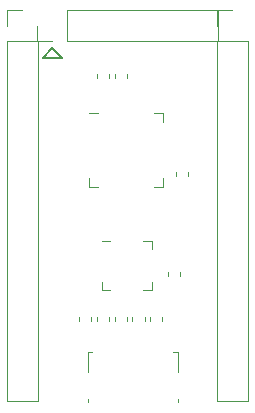
<source format=gbr>
G04 #@! TF.GenerationSoftware,KiCad,Pcbnew,5.0.1-33cea8e~68~ubuntu18.04.1*
G04 #@! TF.CreationDate,2018-10-25T12:38:31+11:00*
G04 #@! TF.ProjectId,PIC18F24K40,50494331384632344B34302E6B696361,rev?*
G04 #@! TF.SameCoordinates,Original*
G04 #@! TF.FileFunction,Legend,Top*
G04 #@! TF.FilePolarity,Positive*
%FSLAX46Y46*%
G04 Gerber Fmt 4.6, Leading zero omitted, Abs format (unit mm)*
G04 Created by KiCad (PCBNEW 5.0.1-33cea8e~68~ubuntu18.04.1) date Thu 25 Oct 2018 12:38:31 AEDT*
%MOMM*%
%LPD*%
G01*
G04 APERTURE LIST*
%ADD10C,0.120000*%
%ADD11C,0.150000*%
G04 APERTURE END LIST*
D10*
G04 #@! TO.C,FB1*
X112510000Y-100828733D02*
X112510000Y-101171267D01*
X111490000Y-100828733D02*
X111490000Y-101171267D01*
G04 #@! TO.C,C5*
X115510000Y-80671267D02*
X115510000Y-80328733D01*
X114490000Y-80671267D02*
X114490000Y-80328733D01*
G04 #@! TO.C,C4*
X118990000Y-97421267D02*
X118990000Y-97078733D01*
X120010000Y-97421267D02*
X120010000Y-97078733D01*
G04 #@! TO.C,C3*
X118510000Y-101171267D02*
X118510000Y-100828733D01*
X117490000Y-101171267D02*
X117490000Y-100828733D01*
G04 #@! TO.C,C2*
X112990000Y-101171267D02*
X112990000Y-100828733D01*
X114010000Y-101171267D02*
X114010000Y-100828733D01*
G04 #@! TO.C,R3*
X114010000Y-80328733D02*
X114010000Y-80671267D01*
X112990000Y-80328733D02*
X112990000Y-80671267D01*
G04 #@! TO.C,R2*
X115990000Y-100828733D02*
X115990000Y-101171267D01*
X117010000Y-100828733D02*
X117010000Y-101171267D01*
G04 #@! TO.C,R1*
X115510000Y-100828733D02*
X115510000Y-101171267D01*
X114490000Y-100828733D02*
X114490000Y-101171267D01*
G04 #@! TO.C,J4*
X119810000Y-103790000D02*
X119430000Y-103790000D01*
X119810000Y-107840000D02*
X119810000Y-108100000D01*
X119810000Y-103790000D02*
X119810000Y-105560000D01*
X112190000Y-103790000D02*
X112570000Y-103790000D01*
X112190000Y-105560000D02*
X112190000Y-103790000D01*
X112190000Y-108100000D02*
X112190000Y-107840000D01*
G04 #@! TO.C,U1*
X116885000Y-94390000D02*
X117610000Y-94390000D01*
X117610000Y-94390000D02*
X117610000Y-95115000D01*
X114115000Y-98610000D02*
X113390000Y-98610000D01*
X113390000Y-98610000D02*
X113390000Y-97885000D01*
X116885000Y-98610000D02*
X117610000Y-98610000D01*
X117610000Y-98610000D02*
X117610000Y-97885000D01*
X114115000Y-94390000D02*
X113390000Y-94390000D01*
G04 #@! TO.C,J3*
X107890000Y-77530000D02*
X107890000Y-76200000D01*
X109220000Y-77530000D02*
X107890000Y-77530000D01*
X110490000Y-77530000D02*
X110490000Y-74870000D01*
X110490000Y-74870000D02*
X123250000Y-74870000D01*
X110490000Y-77530000D02*
X123250000Y-77530000D01*
X123250000Y-77530000D02*
X123250000Y-74870000D01*
D11*
X108680000Y-78930000D02*
X110020000Y-78930000D01*
X110020000Y-78930000D02*
X109220000Y-78130000D01*
X109220000Y-78130000D02*
X108420000Y-78930000D01*
X108420000Y-78930000D02*
X108690000Y-78930000D01*
D10*
G04 #@! TO.C,C1*
X120690000Y-88598733D02*
X120690000Y-88941267D01*
X119670000Y-88598733D02*
X119670000Y-88941267D01*
G04 #@! TO.C,J2*
X123130000Y-74870000D02*
X124460000Y-74870000D01*
X123130000Y-76200000D02*
X123130000Y-74870000D01*
X123130000Y-77470000D02*
X125790000Y-77470000D01*
X125790000Y-77470000D02*
X125790000Y-108010000D01*
X123130000Y-77470000D02*
X123130000Y-108010000D01*
X123130000Y-108010000D02*
X125790000Y-108010000D01*
G04 #@! TO.C,J1*
X105350000Y-74870000D02*
X106680000Y-74870000D01*
X105350000Y-76200000D02*
X105350000Y-74870000D01*
X105350000Y-77470000D02*
X108010000Y-77470000D01*
X108010000Y-77470000D02*
X108010000Y-108010000D01*
X105350000Y-77470000D02*
X105350000Y-108010000D01*
X105350000Y-108010000D02*
X108010000Y-108010000D01*
G04 #@! TO.C,U2*
X113100000Y-83630000D02*
X112350000Y-83630000D01*
X118570000Y-89850000D02*
X118570000Y-89100000D01*
X117820000Y-89850000D02*
X118570000Y-89850000D01*
X112350000Y-89850000D02*
X112350000Y-89100000D01*
X113100000Y-89850000D02*
X112350000Y-89850000D01*
X118570000Y-83630000D02*
X118570000Y-84380000D01*
X117820000Y-83630000D02*
X118570000Y-83630000D01*
G04 #@! TD*
M02*

</source>
